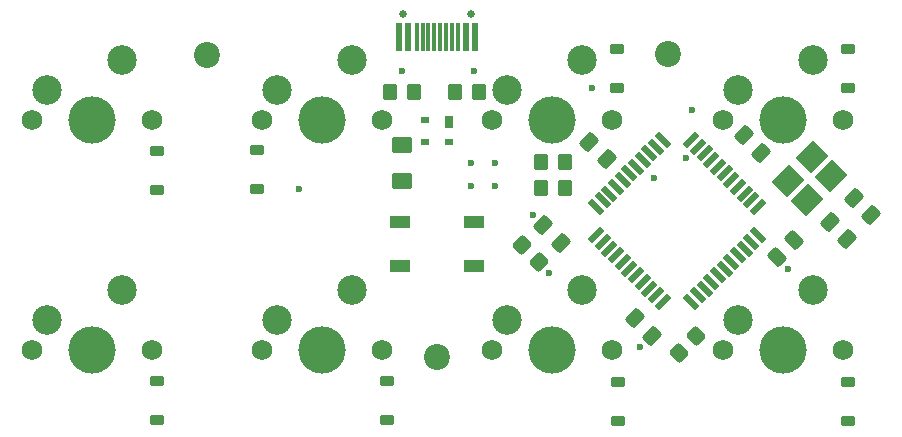
<source format=gbr>
G04 #@! TF.GenerationSoftware,KiCad,Pcbnew,8.0.6*
G04 #@! TF.CreationDate,2025-01-18T20:04:13+00:00*
G04 #@! TF.ProjectId,macro-keyboard,6d616372-6f2d-46b6-9579-626f6172642e,rev?*
G04 #@! TF.SameCoordinates,Original*
G04 #@! TF.FileFunction,Soldermask,Bot*
G04 #@! TF.FilePolarity,Negative*
%FSLAX46Y46*%
G04 Gerber Fmt 4.6, Leading zero omitted, Abs format (unit mm)*
G04 Created by KiCad (PCBNEW 8.0.6) date 2025-01-18 20:04:13*
%MOMM*%
%LPD*%
G01*
G04 APERTURE LIST*
G04 Aperture macros list*
%AMRoundRect*
0 Rectangle with rounded corners*
0 $1 Rounding radius*
0 $2 $3 $4 $5 $6 $7 $8 $9 X,Y pos of 4 corners*
0 Add a 4 corners polygon primitive as box body*
4,1,4,$2,$3,$4,$5,$6,$7,$8,$9,$2,$3,0*
0 Add four circle primitives for the rounded corners*
1,1,$1+$1,$2,$3*
1,1,$1+$1,$4,$5*
1,1,$1+$1,$6,$7*
1,1,$1+$1,$8,$9*
0 Add four rect primitives between the rounded corners*
20,1,$1+$1,$2,$3,$4,$5,0*
20,1,$1+$1,$4,$5,$6,$7,0*
20,1,$1+$1,$6,$7,$8,$9,0*
20,1,$1+$1,$8,$9,$2,$3,0*%
%AMRotRect*
0 Rectangle, with rotation*
0 The origin of the aperture is its center*
0 $1 length*
0 $2 width*
0 $3 Rotation angle, in degrees counterclockwise*
0 Add horizontal line*
21,1,$1,$2,0,0,$3*%
G04 Aperture macros list end*
%ADD10C,2.200000*%
%ADD11C,1.750000*%
%ADD12C,4.000000*%
%ADD13C,2.500000*%
%ADD14RoundRect,0.225000X0.375000X-0.225000X0.375000X0.225000X-0.375000X0.225000X-0.375000X-0.225000X0*%
%ADD15RoundRect,0.250000X-0.350000X-0.450000X0.350000X-0.450000X0.350000X0.450000X-0.350000X0.450000X0*%
%ADD16RoundRect,0.250000X-0.574524X-0.097227X-0.097227X-0.574524X0.574524X0.097227X0.097227X0.574524X0*%
%ADD17RoundRect,0.250000X0.565685X0.070711X0.070711X0.565685X-0.565685X-0.070711X-0.070711X-0.565685X0*%
%ADD18RoundRect,0.250000X0.070711X-0.565685X0.565685X-0.070711X-0.070711X0.565685X-0.565685X0.070711X0*%
%ADD19RoundRect,0.250000X0.574524X0.097227X0.097227X0.574524X-0.574524X-0.097227X-0.097227X-0.574524X0*%
%ADD20RotRect,2.100000X1.800000X45.000000*%
%ADD21C,0.650000*%
%ADD22R,0.600000X2.450000*%
%ADD23R,0.300000X2.450000*%
%ADD24RotRect,1.500000X0.550000X315.000000*%
%ADD25RotRect,1.500000X0.550000X225.000000*%
%ADD26RoundRect,0.250000X0.350000X0.450000X-0.350000X0.450000X-0.350000X-0.450000X0.350000X-0.450000X0*%
%ADD27R,0.700000X1.000000*%
%ADD28R,0.700000X0.600000*%
%ADD29RoundRect,0.250001X0.624999X-0.462499X0.624999X0.462499X-0.624999X0.462499X-0.624999X-0.462499X0*%
%ADD30R,1.800000X1.100000*%
%ADD31RoundRect,0.250000X0.097227X-0.574524X0.574524X-0.097227X-0.097227X0.574524X-0.574524X0.097227X0*%
%ADD32C,0.600000*%
G04 APERTURE END LIST*
D10*
X146425000Y-108975000D03*
X165925000Y-83325000D03*
D11*
X112103623Y-108333623D03*
D12*
X117183623Y-108333623D03*
D11*
X122263623Y-108333623D03*
D13*
X113373623Y-105793623D03*
X119723623Y-103253623D03*
D11*
X131603623Y-108333623D03*
D12*
X136683623Y-108333623D03*
D11*
X141763623Y-108333623D03*
D13*
X132873623Y-105793623D03*
X139223623Y-103253623D03*
D11*
X170603623Y-88833623D03*
D12*
X175683623Y-88833623D03*
D11*
X180763623Y-88833623D03*
D13*
X171873623Y-86293623D03*
X178223623Y-83753623D03*
D11*
X112103623Y-88833623D03*
D12*
X117183623Y-88833623D03*
D11*
X122263623Y-88833623D03*
D13*
X113373623Y-86293623D03*
X119723623Y-83753623D03*
D10*
X126925000Y-83375000D03*
D11*
X151103623Y-108333623D03*
D12*
X156183623Y-108333623D03*
D11*
X161263623Y-108333623D03*
D13*
X152373623Y-105793623D03*
X158723623Y-103253623D03*
D11*
X170603623Y-108333623D03*
D12*
X175683623Y-108333623D03*
D11*
X180763623Y-108333623D03*
D13*
X171873623Y-105793623D03*
X178223623Y-103253623D03*
D11*
X151103623Y-88833623D03*
D12*
X156183623Y-88833623D03*
D11*
X161263623Y-88833623D03*
D13*
X152373623Y-86293623D03*
X158723623Y-83753623D03*
D11*
X131603623Y-88833623D03*
D12*
X136683623Y-88833623D03*
D11*
X141763623Y-88833623D03*
D13*
X132873623Y-86293623D03*
X139223623Y-83753623D03*
D14*
X142133623Y-114283623D03*
X142133623Y-110983623D03*
X181233623Y-86183623D03*
X181233623Y-82883623D03*
D15*
X142433623Y-86533623D03*
X144433623Y-86533623D03*
D16*
X172366377Y-90166377D03*
X173833623Y-91633623D03*
X155400000Y-97800000D03*
X156867246Y-99267246D03*
D17*
X155007107Y-100907107D03*
X153592893Y-99492893D03*
D14*
X131200000Y-94750000D03*
X131200000Y-91450000D03*
D18*
X166885786Y-108614214D03*
X168300000Y-107200000D03*
D19*
X164633623Y-107133623D03*
X163166377Y-105666377D03*
D14*
X161633623Y-86183623D03*
X161633623Y-82883623D03*
D20*
X176123044Y-94024264D03*
X178173654Y-91973654D03*
X179800000Y-93600000D03*
X177749390Y-95650610D03*
D21*
X143543623Y-79933623D03*
X149323623Y-79933623D03*
D22*
X143208623Y-81878623D03*
X143983623Y-81878623D03*
D23*
X144683623Y-81878623D03*
X145183623Y-81878623D03*
X145683623Y-81878623D03*
X146183623Y-81878623D03*
X146683623Y-81878623D03*
X147183623Y-81878623D03*
X147683623Y-81878623D03*
X148183623Y-81878623D03*
D22*
X148883623Y-81878623D03*
X149658623Y-81878623D03*
D14*
X161733623Y-114383623D03*
X161733623Y-111083623D03*
X122700000Y-94800000D03*
X122700000Y-91500000D03*
D24*
X159874687Y-96231541D03*
X160440373Y-95665856D03*
X161006058Y-95100171D03*
X161571743Y-94534485D03*
X162137429Y-93968800D03*
X162703114Y-93403114D03*
X163268800Y-92837429D03*
X163834485Y-92271743D03*
X164400171Y-91706058D03*
X164965856Y-91140373D03*
X165531541Y-90574687D03*
D25*
X167935705Y-90574687D03*
X168501390Y-91140373D03*
X169067075Y-91706058D03*
X169632761Y-92271743D03*
X170198446Y-92837429D03*
X170764132Y-93403114D03*
X171329817Y-93968800D03*
X171895503Y-94534485D03*
X172461188Y-95100171D03*
X173026873Y-95665856D03*
X173592559Y-96231541D03*
D24*
X173592559Y-98635705D03*
X173026873Y-99201390D03*
X172461188Y-99767075D03*
X171895503Y-100332761D03*
X171329817Y-100898446D03*
X170764132Y-101464132D03*
X170198446Y-102029817D03*
X169632761Y-102595503D03*
X169067075Y-103161188D03*
X168501390Y-103726873D03*
X167935705Y-104292559D03*
D25*
X165531541Y-104292559D03*
X164965856Y-103726873D03*
X164400171Y-103161188D03*
X163834485Y-102595503D03*
X163268800Y-102029817D03*
X162703114Y-101464132D03*
X162137429Y-100898446D03*
X161571743Y-100332761D03*
X161006058Y-99767075D03*
X160440373Y-99201390D03*
X159874687Y-98635705D03*
D26*
X157233623Y-92433623D03*
X155233623Y-92433623D03*
D27*
X147433623Y-89033623D03*
D28*
X147433623Y-90733623D03*
X145433623Y-90733623D03*
X145433623Y-88833623D03*
D14*
X181233623Y-114383623D03*
X181233623Y-111083623D03*
D29*
X143433623Y-94008623D03*
X143433623Y-91033623D03*
D14*
X122683623Y-114283623D03*
X122683623Y-110983623D03*
D30*
X143300000Y-101200000D03*
X149500000Y-101200000D03*
X143300000Y-97500000D03*
X149500000Y-97500000D03*
D16*
X181689421Y-95490641D03*
X183156667Y-96957887D03*
D26*
X149933623Y-86533623D03*
X147933623Y-86533623D03*
D31*
X175200000Y-100467246D03*
X176667246Y-99000000D03*
D26*
X157233623Y-94640730D03*
X155233623Y-94640730D03*
D16*
X179689421Y-97490641D03*
X181156667Y-98957887D03*
X159300000Y-90700000D03*
X160767246Y-92167246D03*
D32*
X151350000Y-94500000D03*
X149250000Y-92500000D03*
X151350000Y-92500000D03*
X149250000Y-94500000D03*
X164750000Y-93750000D03*
X176100000Y-101500000D03*
X154500000Y-96900000D03*
X163600000Y-108100000D03*
X168000000Y-88000000D03*
X159516377Y-86183623D03*
X134700000Y-94750000D03*
X149533623Y-84733623D03*
X143424123Y-84733623D03*
X155923298Y-101796800D03*
X167500000Y-92100000D03*
M02*

</source>
